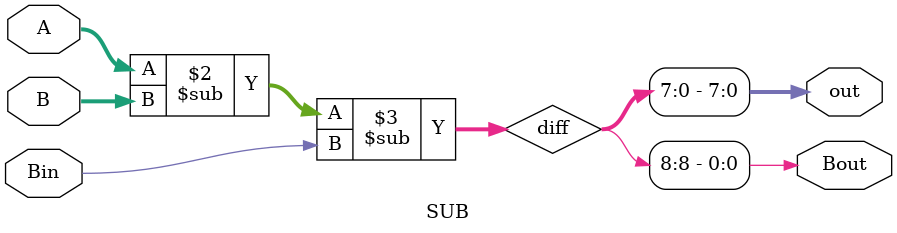
<source format=v>

    

// 	// calculate bitwise generate and propagate
// 	assign G = in1 & in22s;
// 	assign P = in1 ^ in22s;
	
// 	// calculate subsequent carries using generates and propagates
// 	assign carry[0] = c_in;
// 	assign carry[1] = G[0] | (P[0] & carry[0]);
// 	assign carry[2] = G[1] | (P[1] & G[0]) | (P[1] & P[0] & carry[0]);
// 	assign carry[3] = G[2] | (P[2] & G[1]) | (P[2] & P[1] & G[0]) | (P[2] & P[1] & P[0] & carry[0]);
//     assign carry[4] = G[3] | (P[3] & G[2]) | (P[3] & P[2] & G[1]) | (P[3] & P[2] & P[1] & G[0]) | (P[3] & P[2] & P[1] & P[0] & carry[0]);
//     assign carry[5] = G[4] | (P[4] & G[3]) | (P[4] & P[3] & G[2]) | (P[4] & P[3] & P[2] & G[1]) | (P[4] & P[3] & P[2] & P[1] & G[0]) | (P[4] & P[3] & P[2] & P[1] & P[0] & carry[0]);
//     assign carry[6] = G[5] | (P[5] & G[4]) | (P[5] & P[4] & G[3]) | (P[5] & P[4] & P[3] & G[2]) | (P[5] & P[4] & P[3] & P[2] & G[1]) | (P[5] & P[4] & P[3] & P[2] & P[1] & G[0]) | (P[5] & P[4] & P[3] & P[2] & P[1] & P[0] & carry[0]);
//     assign carry[7] = G[6] | (P[6] & G[5]) | (P[6] & P[5] & G[4]) | (P[6] & P[5] & P[4] & G[3]) | (P[6] & P[5] & P[4] & P[3] & G[2]) | (P[6] & P[5] & P[4] & P[3] & P[2] & G[1]) | (P[6] & P[5] & P[4] & P[3] & P[2] & P[1] & G[0]) | (P[6] & P[5] & P[4] & P[3] & P[2] & P[1] & P[0] & carry[0]);
//     always @(in1 or in2 or c_in)
//     begin
//         sum = P^carry;
//         c_out = G[7] | (P[7] & G[6]) | (P[7] & P[6] & G[5]) | (P[7] & P[6] & P[5] & G[4]) | (P[7] & P[6] & P[5] & P[4] & G[3]) | (P[7] & P[6] & P[5] & P[4] & P[3] & G[2]) | (P[7] & P[6] & P[5] & P[4] & P[3] & P[2] & G[1]) | (P[7] & P[6] & P[5] & P[4] & P[3] & P[2] & P[1] & G[0]) | (P[7] & P[6] & P[5] & P[4] & P[3] & P[2] & P[1] & P[0] & carry[0]);
//     end
// 	// assign c_out = G[3] | (P[3] & G[2]) | (P[3] & P[2] & G[1]) | (P[3] & P[2] & P[1] & G[0]) | (P[3] & P[2] & P[1] & P[0] & carry[0]);
	
// 	// calculate final sum using propagate and carries
// 	// assign sum = P ^ carry;
// endmodule


// // module CLA_8bit_adder(
// //     input [7:0] in1,
// //     input [7:0] in2,
// //     input c_in,
// //     output [7:0] sum,
// //     output c_out
// //     );
	
// // 	wire carry; // wires for rippling internal carries
	
// // 	// 8 bit adder by cascading 2 4bit CLAs and ripple the carry
// // 	CLA_4bit cla1(.in1(in1[3:0]), .in2(in2[3:0]), .c_in(c_in), .sum(sum[3:0]), .c_out(carry));
// // 	CLA_4bit cla2(.in1(in1[7:4]), .in2(in2[7:4]), .c_in(carry), .sum(sum[7:4]), .c_out(c_out));
// // endmodule

// // module SUB(
// //     input [7:0] in1,
// //     input [7:0] in2,
// //     input b_in,
// //     output [7:0] res,
// //     output b_out
// //     );

// //     wire [7:0] not_in2=~in2;
// //     wire [7:0] not_in2_add_in1;
// //     wire [7:0] one=1;

// //     CLA_8bit_adder add_8bit1(.in1(in1),.in2(not_in2),.c_in(b_in),.sum(not_in2_add_in1),.c_out(b_temp));
// //     CLA_8bit_adder add_8bit2(.in1(not_in2_add_in1),.in2(one),.c_in(b_temp),.sum(res),.c_out(b_out));
// // endmodule

module SUB(A, B, Bin, out, Bout);
    input [7:0] A, B;
    input Bin;
    output reg Bout;
    reg [8:0] diff;
    output reg signed [7:0] out;

    always @(A, B, Bin) begin
        diff = A - B - Bin;
        out = diff[7:0];
        Bout = diff[8];
    end
endmodule
</source>
